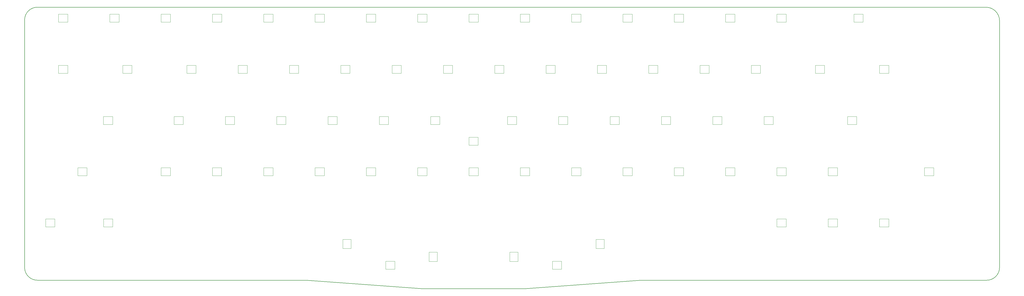
<source format=gm1>
G04 #@! TF.GenerationSoftware,KiCad,Pcbnew,5.1.5+dfsg1-2build2*
G04 #@! TF.CreationDate,2020-06-11T03:48:28+09:00*
G04 #@! TF.ProjectId,amatelus73,616d6174-656c-4757-9337-332e6b696361,rev?*
G04 #@! TF.SameCoordinates,Original*
G04 #@! TF.FileFunction,Profile,NP*
%FSLAX46Y46*%
G04 Gerber Fmt 4.6, Leading zero omitted, Abs format (unit mm)*
G04 Created by KiCad (PCBNEW 5.1.5+dfsg1-2build2) date 2020-06-11 03:48:28*
%MOMM*%
%LPD*%
G04 APERTURE LIST*
%ADD10C,0.150000*%
%ADD11C,0.120000*%
G04 APERTURE END LIST*
D10*
X247650000Y-125412500D02*
X376237500Y-125412500D01*
X204787500Y-128587500D02*
X247650000Y-125412500D01*
X123825000Y-125412500D02*
X23812500Y-125412500D01*
X166687500Y-128587500D02*
X123825000Y-125412500D01*
X204787500Y-128587500D02*
X166687500Y-128587500D01*
X375920000Y-23812500D02*
G75*
G02X381000000Y-28892500I0J-5080000D01*
G01*
X381000000Y-120650000D02*
G75*
G02X376237500Y-125412500I-4762500J0D01*
G01*
X23812500Y-125412500D02*
G75*
G02X19050000Y-120650000I0J4762500D01*
G01*
X19050000Y-28575000D02*
G75*
G02X23812500Y-23812500I4762500J0D01*
G01*
X375920000Y-23812500D02*
X23812500Y-23812500D01*
X381000000Y-120650000D02*
X381000000Y-28892500D01*
X19050000Y-28575000D02*
X19050000Y-120650000D01*
D11*
X326912000Y-26376500D02*
X330312000Y-26376500D01*
X326912000Y-29376500D02*
X326912000Y-26376500D01*
X330312000Y-29376500D02*
X326912000Y-29376500D01*
X330312000Y-26376500D02*
X330312000Y-29376500D01*
X301738000Y-26376500D02*
X301738000Y-29376500D01*
X301738000Y-29376500D02*
X298338000Y-29376500D01*
X298338000Y-29376500D02*
X298338000Y-26376500D01*
X298338000Y-26376500D02*
X301738000Y-26376500D01*
X282688000Y-26376500D02*
X282688000Y-29376500D01*
X282688000Y-29376500D02*
X279288000Y-29376500D01*
X279288000Y-29376500D02*
X279288000Y-26376500D01*
X279288000Y-26376500D02*
X282688000Y-26376500D01*
X260238000Y-26376500D02*
X263638000Y-26376500D01*
X260238000Y-29376500D02*
X260238000Y-26376500D01*
X263638000Y-29376500D02*
X260238000Y-29376500D01*
X263638000Y-26376500D02*
X263638000Y-29376500D01*
X244588000Y-26376500D02*
X244588000Y-29376500D01*
X244588000Y-29376500D02*
X241188000Y-29376500D01*
X241188000Y-29376500D02*
X241188000Y-26376500D01*
X241188000Y-26376500D02*
X244588000Y-26376500D01*
X222138000Y-26376500D02*
X225538000Y-26376500D01*
X222138000Y-29376500D02*
X222138000Y-26376500D01*
X225538000Y-29376500D02*
X222138000Y-29376500D01*
X225538000Y-26376500D02*
X225538000Y-29376500D01*
X206488000Y-26376500D02*
X206488000Y-29376500D01*
X206488000Y-29376500D02*
X203088000Y-29376500D01*
X203088000Y-29376500D02*
X203088000Y-26376500D01*
X203088000Y-26376500D02*
X206488000Y-26376500D01*
X184038000Y-26376500D02*
X187438000Y-26376500D01*
X184038000Y-29376500D02*
X184038000Y-26376500D01*
X187438000Y-29376500D02*
X184038000Y-29376500D01*
X187438000Y-26376500D02*
X187438000Y-29376500D01*
X168388000Y-26376500D02*
X168388000Y-29376500D01*
X168388000Y-29376500D02*
X164988000Y-29376500D01*
X164988000Y-29376500D02*
X164988000Y-26376500D01*
X164988000Y-26376500D02*
X168388000Y-26376500D01*
X145938000Y-26376500D02*
X149338000Y-26376500D01*
X145938000Y-29376500D02*
X145938000Y-26376500D01*
X149338000Y-29376500D02*
X145938000Y-29376500D01*
X149338000Y-26376500D02*
X149338000Y-29376500D01*
X130288000Y-26376500D02*
X130288000Y-29376500D01*
X130288000Y-29376500D02*
X126888000Y-29376500D01*
X126888000Y-29376500D02*
X126888000Y-26376500D01*
X126888000Y-26376500D02*
X130288000Y-26376500D01*
X111238000Y-26376500D02*
X111238000Y-29376500D01*
X111238000Y-29376500D02*
X107838000Y-29376500D01*
X107838000Y-29376500D02*
X107838000Y-26376500D01*
X107838000Y-26376500D02*
X111238000Y-26376500D01*
X88787500Y-26376500D02*
X92187500Y-26376500D01*
X88787500Y-29376500D02*
X88787500Y-26376500D01*
X92187500Y-29376500D02*
X88787500Y-29376500D01*
X92187500Y-26376500D02*
X92187500Y-29376500D01*
X73137500Y-26376500D02*
X73137500Y-29376500D01*
X73137500Y-29376500D02*
X69737500Y-29376500D01*
X69737500Y-29376500D02*
X69737500Y-26376500D01*
X69737500Y-26376500D02*
X73137500Y-26376500D01*
X50687500Y-26376500D02*
X54087500Y-26376500D01*
X50687500Y-29376500D02*
X50687500Y-26376500D01*
X54087500Y-29376500D02*
X50687500Y-29376500D01*
X54087500Y-26376500D02*
X54087500Y-29376500D01*
X35037500Y-26376500D02*
X35037500Y-29376500D01*
X35037500Y-29376500D02*
X31637500Y-29376500D01*
X31637500Y-29376500D02*
X31637500Y-26376500D01*
X31637500Y-26376500D02*
X35037500Y-26376500D01*
X35037500Y-48426500D02*
X31637500Y-48426500D01*
X35037500Y-45426500D02*
X35037500Y-48426500D01*
X31637500Y-45426500D02*
X35037500Y-45426500D01*
X31637500Y-48426500D02*
X31637500Y-45426500D01*
X55450000Y-48426500D02*
X55450000Y-45426500D01*
X55450000Y-45426500D02*
X58850000Y-45426500D01*
X58850000Y-45426500D02*
X58850000Y-48426500D01*
X58850000Y-48426500D02*
X55450000Y-48426500D01*
X82662500Y-48426500D02*
X79262500Y-48426500D01*
X82662500Y-45426500D02*
X82662500Y-48426500D01*
X79262500Y-45426500D02*
X82662500Y-45426500D01*
X79262500Y-48426500D02*
X79262500Y-45426500D01*
X98312000Y-48426500D02*
X98312000Y-45426500D01*
X98312000Y-45426500D02*
X101712000Y-45426500D01*
X101712000Y-45426500D02*
X101712000Y-48426500D01*
X101712000Y-48426500D02*
X98312000Y-48426500D01*
X117362000Y-48426500D02*
X117362000Y-45426500D01*
X117362000Y-45426500D02*
X120762000Y-45426500D01*
X120762000Y-45426500D02*
X120762000Y-48426500D01*
X120762000Y-48426500D02*
X117362000Y-48426500D01*
X139812000Y-48426500D02*
X136412000Y-48426500D01*
X139812000Y-45426500D02*
X139812000Y-48426500D01*
X136412000Y-45426500D02*
X139812000Y-45426500D01*
X136412000Y-48426500D02*
X136412000Y-45426500D01*
X155462000Y-48426500D02*
X155462000Y-45426500D01*
X155462000Y-45426500D02*
X158862000Y-45426500D01*
X158862000Y-45426500D02*
X158862000Y-48426500D01*
X158862000Y-48426500D02*
X155462000Y-48426500D01*
X177912000Y-48426500D02*
X174512000Y-48426500D01*
X177912000Y-45426500D02*
X177912000Y-48426500D01*
X174512000Y-45426500D02*
X177912000Y-45426500D01*
X174512000Y-48426500D02*
X174512000Y-45426500D01*
X193562000Y-48426500D02*
X193562000Y-45426500D01*
X193562000Y-45426500D02*
X196962000Y-45426500D01*
X196962000Y-45426500D02*
X196962000Y-48426500D01*
X196962000Y-48426500D02*
X193562000Y-48426500D01*
X216012000Y-48426500D02*
X212612000Y-48426500D01*
X216012000Y-45426500D02*
X216012000Y-48426500D01*
X212612000Y-45426500D02*
X216012000Y-45426500D01*
X212612000Y-48426500D02*
X212612000Y-45426500D01*
X231662000Y-48426500D02*
X231662000Y-45426500D01*
X231662000Y-45426500D02*
X235062000Y-45426500D01*
X235062000Y-45426500D02*
X235062000Y-48426500D01*
X235062000Y-48426500D02*
X231662000Y-48426500D01*
X254112000Y-48426500D02*
X250712000Y-48426500D01*
X254112000Y-45426500D02*
X254112000Y-48426500D01*
X250712000Y-45426500D02*
X254112000Y-45426500D01*
X250712000Y-48426500D02*
X250712000Y-45426500D01*
X269762000Y-48426500D02*
X269762000Y-45426500D01*
X269762000Y-45426500D02*
X273162000Y-45426500D01*
X273162000Y-45426500D02*
X273162000Y-48426500D01*
X273162000Y-48426500D02*
X269762000Y-48426500D01*
X292212000Y-48426500D02*
X288812000Y-48426500D01*
X292212000Y-45426500D02*
X292212000Y-48426500D01*
X288812000Y-45426500D02*
X292212000Y-45426500D01*
X288812000Y-48426500D02*
X288812000Y-45426500D01*
X316025000Y-48426500D02*
X312625000Y-48426500D01*
X316025000Y-45426500D02*
X316025000Y-48426500D01*
X312625000Y-45426500D02*
X316025000Y-45426500D01*
X312625000Y-48426500D02*
X312625000Y-45426500D01*
X339838000Y-48426500D02*
X336438000Y-48426500D01*
X339838000Y-45426500D02*
X339838000Y-48426500D01*
X336438000Y-45426500D02*
X339838000Y-45426500D01*
X336438000Y-48426500D02*
X336438000Y-45426500D01*
X324531000Y-64476500D02*
X327931000Y-64476500D01*
X324531000Y-67476500D02*
X324531000Y-64476500D01*
X327931000Y-67476500D02*
X324531000Y-67476500D01*
X327931000Y-64476500D02*
X327931000Y-67476500D01*
X296975000Y-64476500D02*
X296975000Y-67476500D01*
X296975000Y-67476500D02*
X293575000Y-67476500D01*
X293575000Y-67476500D02*
X293575000Y-64476500D01*
X293575000Y-64476500D02*
X296975000Y-64476500D01*
X274525000Y-64476500D02*
X277925000Y-64476500D01*
X274525000Y-67476500D02*
X274525000Y-64476500D01*
X277925000Y-67476500D02*
X274525000Y-67476500D01*
X277925000Y-64476500D02*
X277925000Y-67476500D01*
X258875000Y-64476500D02*
X258875000Y-67476500D01*
X258875000Y-67476500D02*
X255475000Y-67476500D01*
X255475000Y-67476500D02*
X255475000Y-64476500D01*
X255475000Y-64476500D02*
X258875000Y-64476500D01*
X236425000Y-64476500D02*
X239825000Y-64476500D01*
X236425000Y-67476500D02*
X236425000Y-64476500D01*
X239825000Y-67476500D02*
X236425000Y-67476500D01*
X239825000Y-64476500D02*
X239825000Y-67476500D01*
X220648000Y-64476500D02*
X220648000Y-67476500D01*
X220648000Y-67476500D02*
X217248000Y-67476500D01*
X217248000Y-67476500D02*
X217248000Y-64476500D01*
X217248000Y-64476500D02*
X220648000Y-64476500D01*
X198325000Y-64476500D02*
X201725000Y-64476500D01*
X198325000Y-67476500D02*
X198325000Y-64476500D01*
X201725000Y-67476500D02*
X198325000Y-67476500D01*
X201725000Y-64476500D02*
X201725000Y-67476500D01*
X187374000Y-72160000D02*
X187374000Y-75160000D01*
X187374000Y-75160000D02*
X183974000Y-75160000D01*
X183974000Y-75160000D02*
X183974000Y-72160000D01*
X183974000Y-72160000D02*
X187374000Y-72160000D01*
X169750000Y-64476500D02*
X173150000Y-64476500D01*
X169750000Y-67476500D02*
X169750000Y-64476500D01*
X173150000Y-67476500D02*
X169750000Y-67476500D01*
X173150000Y-64476500D02*
X173150000Y-67476500D01*
X150700000Y-64476500D02*
X154100000Y-64476500D01*
X150700000Y-67476500D02*
X150700000Y-64476500D01*
X154100000Y-67476500D02*
X150700000Y-67476500D01*
X154100000Y-64476500D02*
X154100000Y-67476500D01*
X135050000Y-64476500D02*
X135050000Y-67476500D01*
X135050000Y-67476500D02*
X131650000Y-67476500D01*
X131650000Y-67476500D02*
X131650000Y-64476500D01*
X131650000Y-64476500D02*
X135050000Y-64476500D01*
X112600000Y-64476500D02*
X116000000Y-64476500D01*
X112600000Y-67476500D02*
X112600000Y-64476500D01*
X116000000Y-67476500D02*
X112600000Y-67476500D01*
X116000000Y-64476500D02*
X116000000Y-67476500D01*
X96950000Y-64476500D02*
X96950000Y-67476500D01*
X96950000Y-67476500D02*
X93550000Y-67476500D01*
X93550000Y-67476500D02*
X93550000Y-64476500D01*
X93550000Y-64476500D02*
X96950000Y-64476500D01*
X74500000Y-64476500D02*
X77900000Y-64476500D01*
X74500000Y-67476500D02*
X74500000Y-64476500D01*
X77900000Y-67476500D02*
X74500000Y-67476500D01*
X77900000Y-64476500D02*
X77900000Y-67476500D01*
X51706200Y-64476500D02*
X51706200Y-67476500D01*
X51706200Y-67476500D02*
X48306200Y-67476500D01*
X48306200Y-67476500D02*
X48306200Y-64476500D01*
X48306200Y-64476500D02*
X51706200Y-64476500D01*
X42181200Y-86526500D02*
X38781200Y-86526500D01*
X42181200Y-83526500D02*
X42181200Y-86526500D01*
X38781200Y-83526500D02*
X42181200Y-83526500D01*
X38781200Y-86526500D02*
X38781200Y-83526500D01*
X73137500Y-86526500D02*
X69737500Y-86526500D01*
X73137500Y-83526500D02*
X73137500Y-86526500D01*
X69737500Y-83526500D02*
X73137500Y-83526500D01*
X69737500Y-86526500D02*
X69737500Y-83526500D01*
X88724000Y-86526500D02*
X88724000Y-83526500D01*
X88724000Y-83526500D02*
X92124000Y-83526500D01*
X92124000Y-83526500D02*
X92124000Y-86526500D01*
X92124000Y-86526500D02*
X88724000Y-86526500D01*
X111238000Y-86526500D02*
X107838000Y-86526500D01*
X111238000Y-83526500D02*
X111238000Y-86526500D01*
X107838000Y-83526500D02*
X111238000Y-83526500D01*
X107838000Y-86526500D02*
X107838000Y-83526500D01*
X126888000Y-86526500D02*
X126888000Y-83526500D01*
X126888000Y-83526500D02*
X130288000Y-83526500D01*
X130288000Y-83526500D02*
X130288000Y-86526500D01*
X130288000Y-86526500D02*
X126888000Y-86526500D01*
X149338000Y-86526500D02*
X145938000Y-86526500D01*
X149338000Y-83526500D02*
X149338000Y-86526500D01*
X145938000Y-83526500D02*
X149338000Y-83526500D01*
X145938000Y-86526500D02*
X145938000Y-83526500D01*
X164988000Y-86526500D02*
X164988000Y-83526500D01*
X164988000Y-83526500D02*
X168388000Y-83526500D01*
X168388000Y-83526500D02*
X168388000Y-86526500D01*
X168388000Y-86526500D02*
X164988000Y-86526500D01*
X187438000Y-86526500D02*
X184038000Y-86526500D01*
X187438000Y-83526500D02*
X187438000Y-86526500D01*
X184038000Y-83526500D02*
X187438000Y-83526500D01*
X184038000Y-86526500D02*
X184038000Y-83526500D01*
X203088000Y-86526500D02*
X203088000Y-83526500D01*
X203088000Y-83526500D02*
X206488000Y-83526500D01*
X206488000Y-83526500D02*
X206488000Y-86526500D01*
X206488000Y-86526500D02*
X203088000Y-86526500D01*
X222138000Y-86526500D02*
X222138000Y-83526500D01*
X222138000Y-83526500D02*
X225538000Y-83526500D01*
X225538000Y-83526500D02*
X225538000Y-86526500D01*
X225538000Y-86526500D02*
X222138000Y-86526500D01*
X244588000Y-86526500D02*
X241188000Y-86526500D01*
X244588000Y-83526500D02*
X244588000Y-86526500D01*
X241188000Y-83526500D02*
X244588000Y-83526500D01*
X241188000Y-86526500D02*
X241188000Y-83526500D01*
X263638000Y-86526500D02*
X260238000Y-86526500D01*
X263638000Y-83526500D02*
X263638000Y-86526500D01*
X260238000Y-83526500D02*
X263638000Y-83526500D01*
X260238000Y-86526500D02*
X260238000Y-83526500D01*
X279288000Y-86526500D02*
X279288000Y-83526500D01*
X279288000Y-83526500D02*
X282688000Y-83526500D01*
X282688000Y-83526500D02*
X282688000Y-86526500D01*
X282688000Y-86526500D02*
X279288000Y-86526500D01*
X301738000Y-86526500D02*
X298338000Y-86526500D01*
X301738000Y-83526500D02*
X301738000Y-86526500D01*
X298338000Y-83526500D02*
X301738000Y-83526500D01*
X298338000Y-86526500D02*
X298338000Y-83526500D01*
X317388000Y-86526500D02*
X317388000Y-83526500D01*
X317388000Y-83526500D02*
X320788000Y-83526500D01*
X320788000Y-83526500D02*
X320788000Y-86526500D01*
X320788000Y-86526500D02*
X317388000Y-86526500D01*
X356506000Y-86526500D02*
X353106000Y-86526500D01*
X356506000Y-83526500D02*
X356506000Y-86526500D01*
X353106000Y-83526500D02*
X356506000Y-83526500D01*
X353106000Y-86526500D02*
X353106000Y-83526500D01*
X339838000Y-102564000D02*
X339838000Y-105564000D01*
X339838000Y-105564000D02*
X336438000Y-105564000D01*
X336438000Y-105564000D02*
X336438000Y-102564000D01*
X336438000Y-102564000D02*
X339838000Y-102564000D01*
X317388000Y-102576000D02*
X320788000Y-102576000D01*
X317388000Y-105576000D02*
X317388000Y-102576000D01*
X320788000Y-105576000D02*
X317388000Y-105576000D01*
X320788000Y-102576000D02*
X320788000Y-105576000D01*
X301738000Y-102576000D02*
X301738000Y-105576000D01*
X301738000Y-105576000D02*
X298338000Y-105576000D01*
X298338000Y-105576000D02*
X298338000Y-102576000D01*
X298338000Y-102576000D02*
X301738000Y-102576000D01*
X231164000Y-113619000D02*
X231164000Y-110219000D01*
X234164000Y-113619000D02*
X231164000Y-113619000D01*
X234164000Y-110219000D02*
X234164000Y-113619000D01*
X231164000Y-110219000D02*
X234164000Y-110219000D01*
X218394000Y-118324000D02*
X218394000Y-121324000D01*
X218394000Y-121324000D02*
X214994000Y-121324000D01*
X214994000Y-121324000D02*
X214994000Y-118324000D01*
X214994000Y-118324000D02*
X218394000Y-118324000D01*
X202160000Y-114981000D02*
X202160000Y-118381000D01*
X199160000Y-114981000D02*
X202160000Y-114981000D01*
X199160000Y-118381000D02*
X199160000Y-114981000D01*
X202160000Y-118381000D02*
X199160000Y-118381000D01*
X172188000Y-118381000D02*
X169188000Y-118381000D01*
X169188000Y-118381000D02*
X169188000Y-114981000D01*
X169188000Y-114981000D02*
X172188000Y-114981000D01*
X172188000Y-114981000D02*
X172188000Y-118381000D01*
X153081000Y-118336000D02*
X156481000Y-118336000D01*
X153081000Y-121336000D02*
X153081000Y-118336000D01*
X156481000Y-121336000D02*
X153081000Y-121336000D01*
X156481000Y-118336000D02*
X156481000Y-121336000D01*
X140184000Y-113619000D02*
X137184000Y-113619000D01*
X137184000Y-113619000D02*
X137184000Y-110219000D01*
X137184000Y-110219000D02*
X140184000Y-110219000D01*
X140184000Y-110219000D02*
X140184000Y-113619000D01*
X48338000Y-102576000D02*
X51738000Y-102576000D01*
X48338000Y-105576000D02*
X48338000Y-102576000D01*
X51738000Y-105576000D02*
X48338000Y-105576000D01*
X51738000Y-102576000D02*
X51738000Y-105576000D01*
X26875000Y-102588000D02*
X30275000Y-102588000D01*
X26875000Y-105588000D02*
X26875000Y-102588000D01*
X30275000Y-105588000D02*
X26875000Y-105588000D01*
X30275000Y-102588000D02*
X30275000Y-105588000D01*
M02*

</source>
